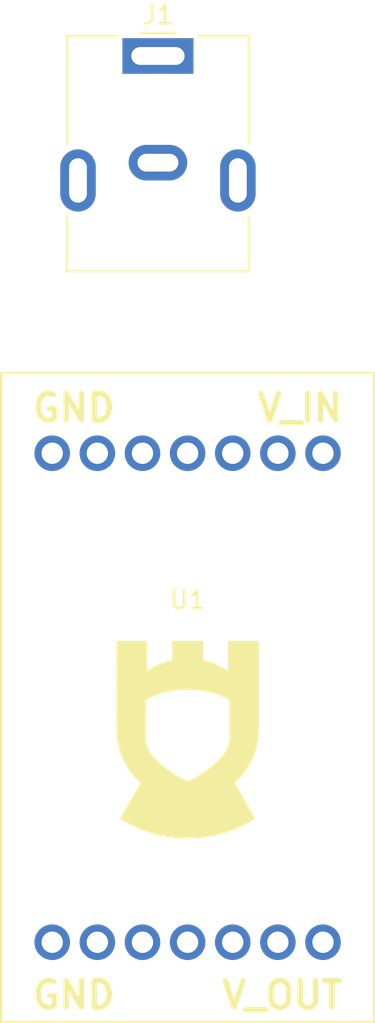
<source format=kicad_pcb>
(kicad_pcb (version 20171130) (host pcbnew 5.1.2)

  (general
    (thickness 1.6)
    (drawings 0)
    (tracks 0)
    (zones 0)
    (modules 2)
    (nets 4)
  )

  (page A4)
  (layers
    (0 F.Cu signal)
    (31 B.Cu signal)
    (32 B.Adhes user)
    (33 F.Adhes user)
    (34 B.Paste user)
    (35 F.Paste user)
    (36 B.SilkS user)
    (37 F.SilkS user)
    (38 B.Mask user)
    (39 F.Mask user)
    (40 Dwgs.User user)
    (41 Cmts.User user)
    (42 Eco1.User user)
    (43 Eco2.User user)
    (44 Edge.Cuts user)
    (45 Margin user)
    (46 B.CrtYd user)
    (47 F.CrtYd user)
    (48 B.Fab user)
    (49 F.Fab user)
  )

  (setup
    (last_trace_width 0.25)
    (trace_clearance 0.2)
    (zone_clearance 0.508)
    (zone_45_only no)
    (trace_min 0.2)
    (via_size 0.8)
    (via_drill 0.4)
    (via_min_size 0.4)
    (via_min_drill 0.3)
    (uvia_size 0.3)
    (uvia_drill 0.1)
    (uvias_allowed no)
    (uvia_min_size 0.2)
    (uvia_min_drill 0.1)
    (edge_width 0.05)
    (segment_width 0.2)
    (pcb_text_width 0.3)
    (pcb_text_size 1.5 1.5)
    (mod_edge_width 0.12)
    (mod_text_size 1 1)
    (mod_text_width 0.15)
    (pad_size 1.524 1.524)
    (pad_drill 0.762)
    (pad_to_mask_clearance 0.051)
    (solder_mask_min_width 0.25)
    (aux_axis_origin 0 0)
    (visible_elements FFFFFF7F)
    (pcbplotparams
      (layerselection 0x010fc_ffffffff)
      (usegerberextensions false)
      (usegerberattributes false)
      (usegerberadvancedattributes false)
      (creategerberjobfile false)
      (excludeedgelayer true)
      (linewidth 0.100000)
      (plotframeref false)
      (viasonmask false)
      (mode 1)
      (useauxorigin false)
      (hpglpennumber 1)
      (hpglpenspeed 20)
      (hpglpendiameter 15.000000)
      (psnegative false)
      (psa4output false)
      (plotreference true)
      (plotvalue true)
      (plotinvisibletext false)
      (padsonsilk false)
      (subtractmaskfromsilk false)
      (outputformat 1)
      (mirror false)
      (drillshape 1)
      (scaleselection 1)
      (outputdirectory ""))
  )

  (net 0 "")
  (net 1 +12V)
  (net 2 GND)
  (net 3 +5V)

  (net_class Default "This is the default net class."
    (clearance 0.2)
    (trace_width 0.25)
    (via_dia 0.8)
    (via_drill 0.4)
    (uvia_dia 0.3)
    (uvia_drill 0.1)
    (add_net +12V)
    (add_net +5V)
    (add_net GND)
  )

  (module Connector_BarrelJack:BarrelJack_CUI_PJ-063AH_Horizontal (layer F.Cu) (tedit 5B0886BD) (tstamp 5D245D1A)
    (at 80.01 44.45)
    (descr "Barrel Jack, 2.0mm ID, 5.5mm OD, 24V, 8A, no switch, https://www.cui.com/product/resource/pj-063ah.pdf")
    (tags "barrel jack cui dc power")
    (path /5D23A5BD)
    (fp_text reference J1 (at 0 -2.3) (layer F.SilkS)
      (effects (font (size 1 1) (thickness 0.15)))
    )
    (fp_text value CP-036AHPJ (at 0 13) (layer F.Fab)
      (effects (font (size 1 1) (thickness 0.15)))
    )
    (fp_line (start -5 -1) (end -1 -1) (layer F.Fab) (width 0.1))
    (fp_line (start -1 -1) (end 0 0) (layer F.Fab) (width 0.1))
    (fp_line (start 0 0) (end 1 -1) (layer F.Fab) (width 0.1))
    (fp_line (start 1 -1) (end 5 -1) (layer F.Fab) (width 0.1))
    (fp_line (start 5 -1) (end 5 12) (layer F.Fab) (width 0.1))
    (fp_line (start 5 12) (end -5 12) (layer F.Fab) (width 0.1))
    (fp_line (start -5 12) (end -5 -1) (layer F.Fab) (width 0.1))
    (fp_line (start -5.11 4.95) (end -5.11 -1.11) (layer F.SilkS) (width 0.12))
    (fp_line (start -5.11 -1.11) (end -2.3 -1.11) (layer F.SilkS) (width 0.12))
    (fp_line (start 2.3 -1.11) (end 5.11 -1.11) (layer F.SilkS) (width 0.12))
    (fp_line (start 5.11 -1.11) (end 5.11 4.95) (layer F.SilkS) (width 0.12))
    (fp_line (start 5.11 9.05) (end 5.11 12.11) (layer F.SilkS) (width 0.12))
    (fp_line (start 5.11 12.11) (end -5.11 12.11) (layer F.SilkS) (width 0.12))
    (fp_line (start -5.11 12.11) (end -5.11 9.05) (layer F.SilkS) (width 0.12))
    (fp_line (start -1 -1.3) (end 1 -1.3) (layer F.SilkS) (width 0.12))
    (fp_line (start -6 -1.5) (end -6 12.5) (layer F.CrtYd) (width 0.05))
    (fp_line (start -6 12.5) (end 6 12.5) (layer F.CrtYd) (width 0.05))
    (fp_line (start 6 12.5) (end 6 -1.5) (layer F.CrtYd) (width 0.05))
    (fp_line (start 6 -1.5) (end -6 -1.5) (layer F.CrtYd) (width 0.05))
    (fp_text user %R (at 0 5.5) (layer F.Fab)
      (effects (font (size 1 1) (thickness 0.15)))
    )
    (pad 1 thru_hole rect (at 0 0) (size 4 2) (drill oval 3 1) (layers *.Cu *.Mask)
      (net 1 +12V))
    (pad 2 thru_hole oval (at 0 6) (size 3.3 2) (drill oval 2.3 1) (layers *.Cu *.Mask)
      (net 2 GND))
    (pad MP thru_hole oval (at -4.5 7) (size 2 3.5) (drill oval 1 2.5) (layers *.Cu *.Mask))
    (pad MP thru_hole oval (at 4.5 7) (size 2 3.5) (drill oval 1 2.5) (layers *.Cu *.Mask))
    (pad "" np_thru_hole circle (at 0 9) (size 1.6 1.6) (drill 1.6) (layers *.Cu *.Mask))
    (model ${KISYS3DMOD}/Connector_BarrelJack.3dshapes/BarrelJack_CUI_PJ-063AH_Horizontal.wrl
      (at (xyz 0 0 0))
      (scale (xyz 1 1 1))
      (rotate (xyz 0 0 0))
    )
  )

  (module sft:SFTPOWERv1 (layer F.Cu) (tedit 5D23B65C) (tstamp 5D245BCB)
    (at 81.680001 66.790001)
    (path /5D23FF57)
    (fp_text reference U1 (at 0 8.255) (layer F.SilkS)
      (effects (font (size 1 1) (thickness 0.15)))
    )
    (fp_text value SFTPOWER-V1 (at 0 5.715) (layer F.Fab)
      (effects (font (size 1 1) (thickness 0.15)))
    )
    (fp_line (start -10.5 -4.5) (end 10.5 -4.5) (layer F.SilkS) (width 0.12))
    (fp_line (start 10.5 -4.5) (end 10.5 32) (layer F.SilkS) (width 0.12))
    (fp_line (start 10.5 32) (end -10.5 32) (layer F.SilkS) (width 0.12))
    (fp_line (start -10.5 32) (end -10.5 -4.5) (layer F.SilkS) (width 0.12))
    (fp_text user GND (at -8.89 -2.54) (layer F.SilkS)
      (effects (font (size 1.5 1.5) (thickness 0.3)) (justify left))
    )
    (fp_text user GND (at -8.89 30.48) (layer F.SilkS)
      (effects (font (size 1.5 1.5) (thickness 0.3)) (justify left))
    )
    (fp_text user V_IN (at 8.89 -2.54) (layer F.SilkS)
      (effects (font (size 1.5 1.5) (thickness 0.3)) (justify right))
    )
    (fp_text user V_OUT (at 8.89 30.48) (layer F.SilkS)
      (effects (font (size 1.5 1.5) (thickness 0.3)) (justify right))
    )
    (fp_poly (pts (xy -2.277533 11.399191) (xy -2.277526 11.467478) (xy -2.277505 11.534285) (xy -2.277471 11.599394)
      (xy -2.277425 11.662584) (xy -2.277366 11.723637) (xy -2.277296 11.782333) (xy -2.277215 11.838452)
      (xy -2.277123 11.891777) (xy -2.277022 11.942087) (xy -2.276911 11.989164) (xy -2.276792 12.032787)
      (xy -2.276664 12.072738) (xy -2.276529 12.108798) (xy -2.276387 12.140747) (xy -2.276238 12.168366)
      (xy -2.276083 12.191436) (xy -2.275923 12.209737) (xy -2.275758 12.22305) (xy -2.275589 12.231157)
      (xy -2.275417 12.233838) (xy -2.272585 12.232079) (xy -2.265693 12.227617) (xy -2.255379 12.220872)
      (xy -2.242285 12.212266) (xy -2.227052 12.202217) (xy -2.211211 12.191736) (xy -2.145017 12.148687)
      (xy -2.080477 12.108429) (xy -2.016291 12.070212) (xy -1.951155 12.033289) (xy -1.883769 11.996914)
      (xy -1.812829 11.960338) (xy -1.776589 11.942221) (xy -1.642174 11.87865) (xy -1.50642 11.820441)
      (xy -1.369009 11.767483) (xy -1.229628 11.719662) (xy -1.087961 11.676866) (xy -0.943692 11.638984)
      (xy -0.888294 11.625893) (xy -0.866422 11.620879) (xy -0.866422 10.563578) (xy 0.866422 10.563578)
      (xy 0.866422 11.621013) (xy 0.88265 11.624494) (xy 0.898775 11.62813) (xy 0.919352 11.633045)
      (xy 0.943398 11.638984) (xy 0.969933 11.645695) (xy 0.997976 11.652923) (xy 1.026545 11.660414)
      (xy 1.05466 11.667914) (xy 1.081339 11.675169) (xy 1.105601 11.681925) (xy 1.116665 11.685079)
      (xy 1.249954 11.726157) (xy 1.382967 11.772538) (xy 1.515148 11.823962) (xy 1.645939 11.880172)
      (xy 1.774786 11.940907) (xy 1.901131 12.005908) (xy 2.024418 12.074916) (xy 2.14409 12.147672)
      (xy 2.229581 12.203494) (xy 2.243478 12.212824) (xy 2.255783 12.221037) (xy 2.265722 12.227622)
      (xy 2.272524 12.232068) (xy 2.275417 12.233863) (xy 2.27559 12.231155) (xy 2.275759 12.223022)
      (xy 2.275924 12.209683) (xy 2.276084 12.191357) (xy 2.276239 12.168263) (xy 2.276388 12.140622)
      (xy 2.27653 12.108652) (xy 2.276665 12.072572) (xy 2.276793 12.032601) (xy 2.276912 11.98896)
      (xy 2.277023 11.941866) (xy 2.277124 11.89154) (xy 2.277215 11.838201) (xy 2.277296 11.782067)
      (xy 2.277367 11.723359) (xy 2.277425 11.662295) (xy 2.277472 11.599094) (xy 2.277506 11.533977)
      (xy 2.277526 11.467162) (xy 2.277533 11.399191) (xy 2.277533 10.563578) (xy 4.007477 10.563578)
      (xy 4.008222 13.039372) (xy 4.008255 13.158093) (xy 4.008284 13.27565) (xy 4.008308 13.391909)
      (xy 4.008327 13.506735) (xy 4.008342 13.619992) (xy 4.008352 13.731547) (xy 4.008358 13.841264)
      (xy 4.00836 13.94901) (xy 4.008357 14.054648) (xy 4.008349 14.158045) (xy 4.008338 14.259065)
      (xy 4.008322 14.357574) (xy 4.008303 14.453437) (xy 4.008279 14.54652) (xy 4.008251 14.636687)
      (xy 4.00822 14.723804) (xy 4.008184 14.807736) (xy 4.008145 14.888349) (xy 4.008102 14.965507)
      (xy 4.008056 15.039076) (xy 4.008005 15.108922) (xy 4.007952 15.174909) (xy 4.007895 15.236902)
      (xy 4.007834 15.294768) (xy 4.00777 15.34837) (xy 4.007703 15.397575) (xy 4.007633 15.442248)
      (xy 4.007559 15.482254) (xy 4.007483 15.517458) (xy 4.007403 15.547725) (xy 4.00732 15.572922)
      (xy 4.007235 15.592912) (xy 4.007146 15.607562) (xy 4.007055 15.616736) (xy 4.007032 15.618178)
      (xy 4.005578 15.678288) (xy 4.003499 15.734436) (xy 4.000687 15.78828) (xy 3.997036 15.841477)
      (xy 3.992437 15.895686) (xy 3.986785 15.952565) (xy 3.983403 15.983656) (xy 3.964175 16.130653)
      (xy 3.93942 16.276828) (xy 3.909215 16.421989) (xy 3.873638 16.565943) (xy 3.832766 16.708496)
      (xy 3.786675 16.849456) (xy 3.735443 16.98863) (xy 3.679148 17.125826) (xy 3.617865 17.260849)
      (xy 3.551673 17.393508) (xy 3.480648 17.52361) (xy 3.404868 17.650962) (xy 3.32441 17.775371)
      (xy 3.239351 17.896644) (xy 3.193785 17.9578) (xy 3.127763 18.042104) (xy 3.058237 18.126094)
      (xy 2.985983 18.208928) (xy 2.911778 18.289763) (xy 2.836397 18.367759) (xy 2.760615 18.442072)
      (xy 2.68521 18.511863) (xy 2.67335 18.522448) (xy 2.663966 18.530949) (xy 2.656392 18.53813)
      (xy 2.651489 18.543153) (xy 2.650067 18.545093) (xy 2.651461 18.547705) (xy 2.655569 18.555005)
      (xy 2.662275 18.566796) (xy 2.671465 18.582879) (xy 2.683026 18.603058) (xy 2.696844 18.627133)
      (xy 2.712803 18.654909) (xy 2.730791 18.686187) (xy 2.750692 18.720769) (xy 2.772393 18.758459)
      (xy 2.795779 18.799058) (xy 2.820737 18.842369) (xy 2.847152 18.888194) (xy 2.87491 18.936336)
      (xy 2.903897 18.986597) (xy 2.933999 19.038779) (xy 2.965101 19.092685) (xy 2.99709 19.148118)
      (xy 3.029851 19.204879) (xy 3.06327 19.262771) (xy 3.097233 19.321597) (xy 3.131626 19.381158)
      (xy 3.166335 19.441258) (xy 3.201245 19.501699) (xy 3.236243 19.562282) (xy 3.271214 19.622811)
      (xy 3.306044 19.683088) (xy 3.340619 19.742916) (xy 3.374824 19.802096) (xy 3.408547 19.86043)
      (xy 3.441672 19.917723) (xy 3.474085 19.973775) (xy 3.505672 20.02839) (xy 3.536319 20.081369)
      (xy 3.565913 20.132515) (xy 3.594338 20.181631) (xy 3.62148 20.228519) (xy 3.647226 20.272981)
      (xy 3.671461 20.31482) (xy 3.694072 20.353837) (xy 3.714943 20.389837) (xy 3.733961 20.42262)
      (xy 3.751012 20.451989) (xy 3.765981 20.477747) (xy 3.778755 20.499696) (xy 3.789219 20.517639)
      (xy 3.797258 20.531378) (xy 3.80276 20.540714) (xy 3.80561 20.545452) (xy 3.805987 20.546021)
      (xy 3.809003 20.551103) (xy 3.808381 20.553914) (xy 3.805333 20.556024) (xy 3.798194 20.560667)
      (xy 3.787667 20.567397) (xy 3.774456 20.575764) (xy 3.759261 20.585323) (xy 3.749322 20.591544)
      (xy 3.577488 20.695619) (xy 3.403311 20.794564) (xy 3.226842 20.888357) (xy 3.048134 20.97698)
      (xy 2.867238 21.060411) (xy 2.684208 21.138632) (xy 2.499095 21.211621) (xy 2.311951 21.27936)
      (xy 2.122828 21.341828) (xy 1.931779 21.399004) (xy 1.738856 21.45087) (xy 1.54411 21.497404)
      (xy 1.347594 21.538587) (xy 1.224158 21.561554) (xy 1.118252 21.579331) (xy 1.008427 21.595898)
      (xy 0.896323 21.611044) (xy 0.783575 21.624564) (xy 0.671822 21.636249) (xy 0.562699 21.64589)
      (xy 0.555978 21.646422) (xy 0.534074 21.648147) (xy 0.514259 21.649703) (xy 0.496145 21.651097)
      (xy 0.479344 21.652339) (xy 0.46347 21.65344) (xy 0.448135 21.654407) (xy 0.432953 21.655251)
      (xy 0.417535 21.655981) (xy 0.401496 21.656605) (xy 0.384447 21.657134) (xy 0.366001 21.657577)
      (xy 0.345772 21.657942) (xy 0.323372 21.65824) (xy 0.298414 21.65848) (xy 0.27051 21.658671)
      (xy 0.239275 21.658822) (xy 0.204319 21.658942) (xy 0.165257 21.659042) (xy 0.121701 21.65913)
      (xy 0.073264 21.659215) (xy 0.021167 21.659305) (xy -0.037203 21.659394) (xy -0.090218 21.659445)
      (xy -0.138165 21.659456) (xy -0.181335 21.659426) (xy -0.220014 21.659352) (xy -0.254493 21.659232)
      (xy -0.28506 21.659064) (xy -0.312003 21.658846) (xy -0.335611 21.658576) (xy -0.356174 21.658251)
      (xy -0.373978 21.65787) (xy -0.389314 21.65743) (xy -0.40247 21.65693) (xy -0.413735 21.656367)
      (xy -0.417689 21.65613) (xy -0.601798 21.642362) (xy -0.782556 21.624513) (xy -0.960612 21.602485)
      (xy -1.136617 21.576179) (xy -1.311221 21.545495) (xy -1.485074 21.510334) (xy -1.658826 21.470596)
      (xy -1.70093 21.460281) (xy -1.894677 21.409327) (xy -2.086313 21.353138) (xy -2.27584 21.291713)
      (xy -2.463261 21.225053) (xy -2.648578 21.153155) (xy -2.831791 21.076019) (xy -3.012905 20.993645)
      (xy -3.191919 20.906031) (xy -3.368837 20.813177) (xy -3.54366 20.715081) (xy -3.716391 20.611743)
      (xy -3.744446 20.594341) (xy -3.763862 20.582214) (xy -3.778973 20.572682) (xy -3.790272 20.565368)
      (xy -3.798254 20.559896) (xy -3.803413 20.555891) (xy -3.806242 20.552975) (xy -3.807236 20.550773)
      (xy -3.806888 20.54891) (xy -3.806019 20.54747) (xy -3.804218 20.544468) (xy -3.79972 20.536792)
      (xy -3.792642 20.52464) (xy -3.783096 20.50821) (xy -3.771197 20.4877) (xy -3.757059 20.463308)
      (xy -3.740797 20.43523) (xy -3.722524 20.403666) (xy -3.702354 20.368812) (xy -3.680402 20.330866)
      (xy -3.656781 20.290026) (xy -3.631607 20.24649) (xy -3.604993 20.200455) (xy -3.577053 20.152119)
      (xy -3.547901 20.10168) (xy -3.517652 20.049335) (xy -3.48642 19.995282) (xy -3.454319 19.93972)
      (xy -3.421462 19.882844) (xy -3.387965 19.824855) (xy -3.353941 19.765948) (xy -3.319505 19.706321)
      (xy -3.28477 19.646173) (xy -3.249851 19.585701) (xy -3.214862 19.525103) (xy -3.179917 19.464576)
      (xy -3.14513 19.404319) (xy -3.110615 19.344528) (xy -3.076487 19.285402) (xy -3.04286 19.227138)
      (xy -3.009847 19.169935) (xy -2.977564 19.113988) (xy -2.946124 19.059498) (xy -2.915641 19.00666)
      (xy -2.886229 18.955673) (xy -2.858003 18.906735) (xy -2.831076 18.860042) (xy -2.805564 18.815794)
      (xy -2.78158 18.774187) (xy -2.759237 18.73542) (xy -2.738651 18.699689) (xy -2.719936 18.667193)
      (xy -2.703205 18.63813) (xy -2.688573 18.612697) (xy -2.676154 18.591091) (xy -2.666062 18.573511)
      (xy -2.658411 18.560155) (xy -2.653316 18.551219) (xy -2.65089 18.546901) (xy -2.650692 18.546516)
      (xy -2.652486 18.543819) (xy -2.657944 18.537929) (xy -2.666504 18.529395) (xy -2.677606 18.518767)
      (xy -2.690689 18.506594) (xy -2.701443 18.4968) (xy -2.744672 18.456879) (xy -2.790172 18.413187)
      (xy -2.837061 18.366635) (xy -2.884456 18.318133) (xy -2.931474 18.268591) (xy -2.977234 18.218919)
      (xy -3.020851 18.170029) (xy -3.04313 18.144359) (xy -3.138176 18.029376) (xy -3.228681 17.911108)
      (xy -3.314579 17.789711) (xy -3.395803 17.66534) (xy -3.472288 17.538151) (xy -3.543968 17.408298)
      (xy -3.610776 17.275937) (xy -3.672646 17.141222) (xy -3.729514 17.004309) (xy -3.781312 16.865354)
      (xy -3.827975 16.724511) (xy -3.869437 16.581935) (xy -3.905631 16.437782) (xy -3.936492 16.292207)
      (xy -3.961955 16.145365) (xy -3.981952 15.997411) (xy -3.990568 15.915922) (xy -3.995907 15.855113)
      (xy -4.000137 15.795788) (xy -4.003362 15.736099) (xy -4.005684 15.674199) (xy -4.007002 15.619589)
      (xy -4.007096 15.611759) (xy -4.007186 15.598419) (xy -4.007274 15.579705) (xy -4.007358 15.555751)
      (xy -4.00744 15.526691) (xy -4.007519 15.492662) (xy -4.007595 15.453796) (xy -4.007667 15.410231)
      (xy -4.007736 15.3621) (xy -4.007802 15.309537) (xy -4.007865 15.252679) (xy -4.007924 15.19166)
      (xy -4.007979 15.126614) (xy -4.008032 15.057677) (xy -4.00808 14.984983) (xy -4.008125 14.908667)
      (xy -4.008166 14.828865) (xy -4.008203 14.74571) (xy -4.008237 14.659338) (xy -4.008266 14.569883)
      (xy -4.008292 14.477481) (xy -4.008313 14.382266) (xy -4.00833 14.284373) (xy -4.008344 14.183937)
      (xy -4.008352 14.081093) (xy -4.008357 13.975976) (xy -4.008357 13.890998) (xy -2.353823 13.890998)
      (xy -2.352945 15.009294) (xy -2.352869 15.104214) (xy -2.352795 15.193658) (xy -2.352722 15.277793)
      (xy -2.352648 15.356788) (xy -2.352574 15.430809) (xy -2.352498 15.500026) (xy -2.352419 15.564606)
      (xy -2.352337 15.624716) (xy -2.352251 15.680525) (xy -2.35216 15.7322) (xy -2.352062 15.77991)
      (xy -2.351958 15.823822) (xy -2.351846 15.864105) (xy -2.351726 15.900925) (xy -2.351597 15.934452)
      (xy -2.351457 15.964852) (xy -2.351307 15.992294) (xy -2.351145 16.016946) (xy -2.35097 16.038975)
      (xy -2.350782 16.05855) (xy -2.350579 16.075837) (xy -2.350362 16.091007) (xy -2.350128 16.104225)
      (xy -2.349878 16.11566) (xy -2.34961 16.12548) (xy -2.349324 16.133853) (xy -2.349018 16.140946)
      (xy -2.348692 16.146928) (xy -2.348346 16.151966) (xy -2.347977 16.156229) (xy -2.347586 16.159883)
      (xy -2.347212 16.162807) (xy -2.334441 16.241513) (xy -2.318069 16.317764) (xy -2.297858 16.392211)
      (xy -2.273576 16.465505) (xy -2.244985 16.538298) (xy -2.211851 16.61124) (xy -2.173938 16.684984)
      (xy -2.132049 16.758444) (xy -2.080558 16.840245) (xy -2.023527 16.922349) (xy -1.961049 17.004681)
      (xy -1.893215 17.087163) (xy -1.820117 17.169719) (xy -1.741847 17.252272) (xy -1.658498 17.334745)
      (xy -1.570161 17.417061) (xy -1.476928 17.499143) (xy -1.378892 17.580914) (xy -1.276143 17.662298)
      (xy -1.168774 17.743217) (xy -1.056878 17.823595) (xy -0.940546 17.903355) (xy -0.819869 17.98242)
      (xy -0.694941 18.060713) (xy -0.565852 18.138157) (xy -0.432695 18.214675) (xy -0.306211 18.284441)
      (xy -0.290402 18.292893) (xy -0.27172 18.302715) (xy -0.250686 18.313645) (xy -0.227823 18.325422)
      (xy -0.203652 18.337784) (xy -0.178697 18.35047) (xy -0.153477 18.363217) (xy -0.128517 18.375765)
      (xy -0.104337 18.387851) (xy -0.081461 18.399215) (xy -0.060409 18.409593) (xy -0.041705 18.418726)
      (xy -0.02587 18.42635) (xy -0.013426 18.432206) (xy -0.004895 18.436029) (xy -0.000799 18.437561)
      (xy -0.000635 18.437578) (xy 0.003168 18.436391) (xy 0.011238 18.433067) (xy 0.022777 18.427963)
      (xy 0.036987 18.421434) (xy 0.05307 18.413838) (xy 0.060559 18.410238) (xy 0.105212 18.388318)
      (xy 0.15362 18.363942) (xy 0.204758 18.337653) (xy 0.2576 18.309994) (xy 0.311121 18.281509)
      (xy 0.364294 18.252742) (xy 0.416095 18.224236) (xy 0.465498 18.196535) (xy 0.488398 18.18349)
      (xy 0.619701 18.106609) (xy 0.747188 18.028629) (xy 0.870708 17.949665) (xy 0.990111 17.869834)
      (xy 1.105247 17.789252) (xy 1.215966 17.708034) (xy 1.322119 17.626296) (xy 1.423554 17.544155)
      (xy 1.520122 17.461725) (xy 1.611672 17.379124) (xy 1.698055 17.296467) (xy 1.77912 17.21387)
      (xy 1.854718 17.131449) (xy 1.863567 17.121403) (xy 1.934495 17.037537) (xy 1.999819 16.954103)
      (xy 2.059559 16.871062) (xy 2.113736 16.788376) (xy 2.162369 16.706007) (xy 2.20548 16.623915)
      (xy 2.243089 16.542063) (xy 2.275215 16.460411) (xy 2.301881 16.378922) (xy 2.323106 16.297557)
      (xy 2.336768 16.229138) (xy 2.338183 16.221009) (xy 2.339516 16.213456) (xy 2.340771 16.206304)
      (xy 2.34195 16.19938) (xy 2.343056 16.19251) (xy 2.344089 16.185519) (xy 2.345054 16.178234)
      (xy 2.345953 16.170479) (xy 2.346787 16.162081) (xy 2.347559 16.152867) (xy 2.348272 16.14266)
      (xy 2.348928 16.131289) (xy 2.349529 16.118577) (xy 2.350078 16.104352) (xy 2.350576 16.088439)
      (xy 2.351028 16.070663) (xy 2.351434 16.050851) (xy 2.351797 16.028829) (xy 2.352119 16.004423)
      (xy 2.352404 15.977457) (xy 2.352653 15.947759) (xy 2.352868 15.915153) (xy 2.353053 15.879467)
      (xy 2.353209 15.840525) (xy 2.353339 15.798153) (xy 2.353445 15.752178) (xy 2.353529 15.702425)
      (xy 2.353595 15.64872) (xy 2.353644 15.590889) (xy 2.353678 15.528757) (xy 2.353701 15.462151)
      (xy 2.353714 15.390897) (xy 2.353719 15.31482) (xy 2.35372 15.233746) (xy 2.353719 15.147501)
      (xy 2.353717 15.055911) (xy 2.353717 14.986722) (xy 2.353733 13.891011) (xy 2.329039 13.875035)
      (xy 2.299103 13.856392) (xy 2.264217 13.835975) (xy 2.224723 13.813973) (xy 2.180962 13.790576)
      (xy 2.133275 13.765972) (xy 2.123722 13.761138) (xy 2.006641 13.704827) (xy 1.885208 13.651792)
      (xy 1.75973 13.602125) (xy 1.630515 13.555915) (xy 1.497869 13.513251) (xy 1.3621 13.474224)
      (xy 1.223513 13.438923) (xy 1.082417 13.407437) (xy 0.939117 13.379858) (xy 0.793922 13.356273)
      (xy 0.691445 13.342205) (xy 0.52698 13.323887) (xy 0.361753 13.310566) (xy 0.196096 13.302224)
      (xy 0.03034 13.29884) (xy -0.135184 13.300394) (xy -0.300144 13.306866) (xy -0.46421 13.318236)
      (xy -0.62705 13.334485) (xy -0.788333 13.355591) (xy -0.947728 13.381536) (xy -1.104904 13.412298)
      (xy -1.259528 13.447859) (xy -1.322211 13.463848) (xy -1.417256 13.489945) (xy -1.51181 13.518155)
      (xy -1.605409 13.548289) (xy -1.697589 13.580155) (xy -1.787886 13.613565) (xy -1.875837 13.648327)
      (xy -1.960976 13.684252) (xy -2.04284 13.721149) (xy -2.120965 13.758828) (xy -2.194887 13.797099)
      (xy -2.264142 13.835772) (xy -2.328265 13.874657) (xy -2.334728 13.878774) (xy -2.353823 13.890998)
      (xy -4.008357 13.890998) (xy -4.008357 13.86872) (xy -4.008353 13.75946) (xy -4.008344 13.648331)
      (xy -4.008331 13.535468) (xy -4.008313 13.421006) (xy -4.00829 13.30508) (xy -4.008263 13.187824)
      (xy -4.008231 13.069374) (xy -4.008222 13.039372) (xy -4.007477 10.563578) (xy -2.277533 10.563578)
      (xy -2.277533 11.399191)) (layer F.SilkS) (width 0.01))
    (pad 1 thru_hole circle (at 7.62 0) (size 2 2) (drill 1.2) (layers *.Cu *.Mask)
      (net 1 +12V))
    (pad 1 thru_hole circle (at 2.54 0) (size 2 2) (drill 1.2) (layers *.Cu *.Mask)
      (net 1 +12V))
    (pad 3 thru_hole circle (at -2.54 0) (size 2 2) (drill 1.2) (layers *.Cu *.Mask)
      (net 2 GND))
    (pad 3 thru_hole circle (at -7.62 0) (size 2 2) (drill 1.2) (layers *.Cu *.Mask)
      (net 2 GND))
    (pad 3 thru_hole circle (at -5.08 0) (size 2 2) (drill 1.2) (layers *.Cu *.Mask)
      (net 2 GND))
    (pad 1 thru_hole circle (at 0 0) (size 2 2) (drill 1.2) (layers *.Cu *.Mask)
      (net 1 +12V))
    (pad 1 thru_hole circle (at 5.08 0) (size 2 2) (drill 1.2) (layers *.Cu *.Mask)
      (net 1 +12V))
    (pad 4 thru_hole circle (at 0 27.5) (size 2 2) (drill 1.2) (layers *.Cu *.Mask)
      (net 2 GND))
    (pad 4 thru_hole circle (at -5.08 27.5) (size 2 2) (drill 1.2) (layers *.Cu *.Mask)
      (net 2 GND))
    (pad 2 thru_hole circle (at 7.62 27.5) (size 2 2) (drill 1.2) (layers *.Cu *.Mask)
      (net 3 +5V))
    (pad 2 thru_hole circle (at 5.08 27.5) (size 2 2) (drill 1.2) (layers *.Cu *.Mask)
      (net 3 +5V))
    (pad 2 thru_hole circle (at 2.54 27.5) (size 2 2) (drill 1.2) (layers *.Cu *.Mask)
      (net 3 +5V))
    (pad 4 thru_hole circle (at -7.62 27.5) (size 2 2) (drill 1.2) (layers *.Cu *.Mask)
      (net 2 GND))
    (pad 4 thru_hole circle (at -2.54 27.5) (size 2 2) (drill 1.2) (layers *.Cu *.Mask)
      (net 2 GND))
    (model /home/mic/Downloads/te-282837-4.wrl
      (offset (xyz 0 -4.063999938964844 2.666999959945679))
      (scale (xyz 0.3937 0.3937 0.3937))
      (rotate (xyz 270 0 0))
    )
  )

)

</source>
